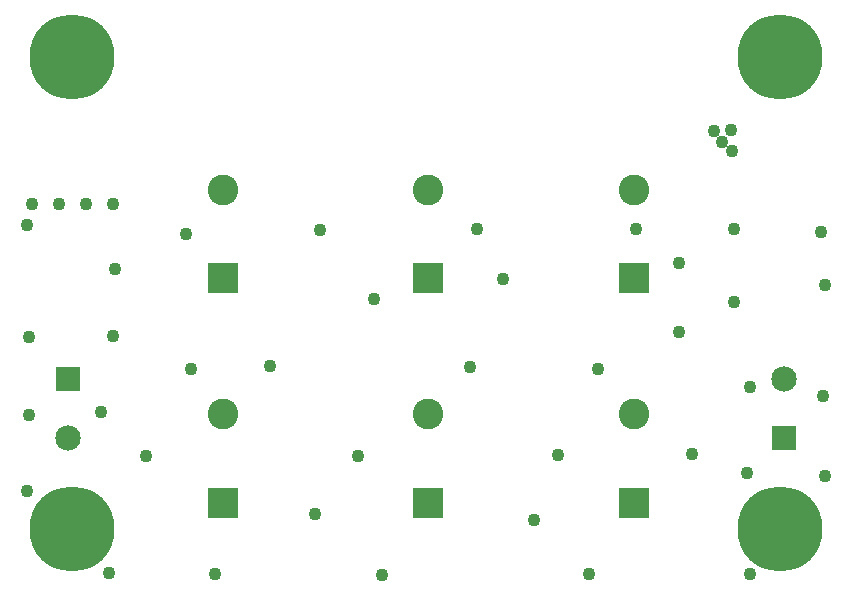
<source format=gbs>
G04*
G04 #@! TF.GenerationSoftware,Altium Limited,Altium Designer,19.1.5 (86)*
G04*
G04 Layer_Color=16711935*
%FSLAX44Y44*%
%MOMM*%
G71*
G01*
G75*
%ADD15R,2.6032X2.6032*%
%ADD16C,2.6032*%
%ADD17C,2.1532*%
%ADD18R,2.1532X2.1532*%
%ADD19C,7.2032*%
%ADD20C,1.1032*%
D15*
X177800Y262500D02*
D03*
X525780D02*
D03*
X351790D02*
D03*
X525780Y72500D02*
D03*
X351790D02*
D03*
X177800D02*
D03*
D16*
Y337500D02*
D03*
X525780D02*
D03*
X351790D02*
D03*
X525780Y147500D02*
D03*
X351790D02*
D03*
X177800D02*
D03*
D17*
X46990Y127000D02*
D03*
X652820Y177000D02*
D03*
D18*
X46990D02*
D03*
X652820Y127000D02*
D03*
D19*
X49996Y50002D02*
D03*
X649996D02*
D03*
Y450002D02*
D03*
X50000Y450000D02*
D03*
D20*
X75000Y149000D02*
D03*
X393000Y304000D02*
D03*
X151000Y186000D02*
D03*
X611000Y242000D02*
D03*
X564000Y217000D02*
D03*
X62000Y325000D02*
D03*
X39000D02*
D03*
X16000D02*
D03*
X608000Y388000D02*
D03*
X609000Y370000D02*
D03*
X601000Y378000D02*
D03*
X85000Y325000D02*
D03*
X611000Y304000D02*
D03*
X415000Y262000D02*
D03*
X260000Y303000D02*
D03*
X306000Y245000D02*
D03*
X496000Y186000D02*
D03*
X528000Y304000D02*
D03*
X624000Y170000D02*
D03*
X564000Y275000D02*
D03*
X387000Y187000D02*
D03*
X218000Y188000D02*
D03*
X147000Y300000D02*
D03*
X87000Y270000D02*
D03*
X85000Y214000D02*
D03*
X14000Y213000D02*
D03*
X622000Y98000D02*
D03*
X462000Y113000D02*
D03*
X256000Y63000D02*
D03*
X575000Y114000D02*
D03*
X292000Y112000D02*
D03*
X441000Y58000D02*
D03*
X113000Y112000D02*
D03*
X14000Y147000D02*
D03*
X12000Y82000D02*
D03*
X82000Y13000D02*
D03*
X171000Y12000D02*
D03*
X313000Y11000D02*
D03*
X488000Y12000D02*
D03*
X624000D02*
D03*
X688000Y95000D02*
D03*
X686000Y163000D02*
D03*
X688000Y257000D02*
D03*
X684000Y302000D02*
D03*
X594000Y387000D02*
D03*
X12000Y308000D02*
D03*
M02*

</source>
